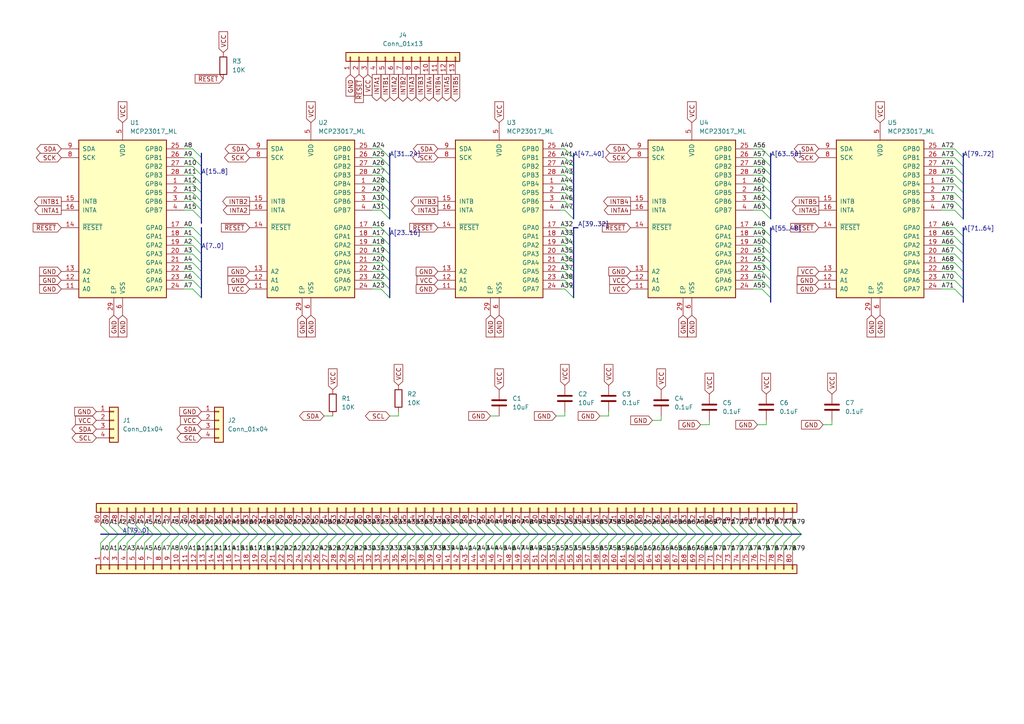
<source format=kicad_sch>
(kicad_sch (version 20250114) (generator "eeschema") (generator_version "9.0")
  (paper "A4")
  (bus_entry (at 113.03 68.58) (size -2.54 -2.54))
  (bus_entry (at 219.71 154.94) (size -2.54 -2.54))
  (bus_entry (at 166.37 81.28) (size -2.54 -2.54))
  (bus_entry (at 100.33 154.94) (size -2.54 2.54))
  (bus_entry (at 44.45 154.94) (size -2.54 -2.54))
  (bus_entry (at 166.37 154.94) (size -2.54 -2.54))
  (bus_entry (at 113.03 83.82) (size -2.54 -2.54))
  (bus_entry (at 97.79 154.94) (size -2.54 2.54))
  (bus_entry (at 279.4 86.36) (size -2.54 -2.54))
  (bus_entry (at 279.4 71.12) (size -2.54 -2.54))
  (bus_entry (at 166.37 86.36) (size -2.54 -2.54))
  (bus_entry (at 90.17 154.94) (size -2.54 -2.54))
  (bus_entry (at 113.03 78.74) (size -2.54 -2.54))
  (bus_entry (at 140.97 154.94) (size -2.54 2.54))
  (bus_entry (at 107.95 154.94) (size -2.54 2.54))
  (bus_entry (at 279.4 81.28) (size -2.54 -2.54))
  (bus_entry (at 54.61 154.94) (size -2.54 2.54))
  (bus_entry (at 168.91 154.94) (size -2.54 -2.54))
  (bus_entry (at 224.79 154.94) (size -2.54 2.54))
  (bus_entry (at 223.52 50.8) (size -2.54 -2.54))
  (bus_entry (at 156.21 154.94) (size -2.54 2.54))
  (bus_entry (at 80.01 154.94) (size -2.54 2.54))
  (bus_entry (at 72.39 154.94) (size -2.54 -2.54))
  (bus_entry (at 166.37 154.94) (size -2.54 2.54))
  (bus_entry (at 166.37 53.34) (size -2.54 -2.54))
  (bus_entry (at 204.47 154.94) (size -2.54 2.54))
  (bus_entry (at 74.93 154.94) (size -2.54 2.54))
  (bus_entry (at 179.07 154.94) (size -2.54 2.54))
  (bus_entry (at 44.45 154.94) (size -2.54 2.54))
  (bus_entry (at 133.35 154.94) (size -2.54 2.54))
  (bus_entry (at 58.42 58.42) (size -2.54 -2.54))
  (bus_entry (at 166.37 71.12) (size -2.54 -2.54))
  (bus_entry (at 279.4 60.96) (size -2.54 -2.54))
  (bus_entry (at 153.67 154.94) (size -2.54 -2.54))
  (bus_entry (at 279.4 83.82) (size -2.54 -2.54))
  (bus_entry (at 223.52 55.88) (size -2.54 -2.54))
  (bus_entry (at 97.79 154.94) (size -2.54 -2.54))
  (bus_entry (at 110.49 154.94) (size -2.54 2.54))
  (bus_entry (at 209.55 154.94) (size -2.54 -2.54))
  (bus_entry (at 31.75 154.94) (size -2.54 2.54))
  (bus_entry (at 148.59 154.94) (size -2.54 2.54))
  (bus_entry (at 118.11 154.94) (size -2.54 -2.54))
  (bus_entry (at 166.37 50.8) (size -2.54 -2.54))
  (bus_entry (at 115.57 154.94) (size -2.54 -2.54))
  (bus_entry (at 92.71 154.94) (size -2.54 2.54))
  (bus_entry (at 229.87 154.94) (size -2.54 2.54))
  (bus_entry (at 199.39 154.94) (size -2.54 -2.54))
  (bus_entry (at 279.4 50.8) (size -2.54 -2.54))
  (bus_entry (at 201.93 154.94) (size -2.54 -2.54))
  (bus_entry (at 77.47 154.94) (size -2.54 2.54))
  (bus_entry (at 95.25 154.94) (size -2.54 2.54))
  (bus_entry (at 87.63 154.94) (size -2.54 -2.54))
  (bus_entry (at 41.91 154.94) (size -2.54 2.54))
  (bus_entry (at 207.01 154.94) (size -2.54 2.54))
  (bus_entry (at 207.01 154.94) (size -2.54 -2.54))
  (bus_entry (at 181.61 154.94) (size -2.54 -2.54))
  (bus_entry (at 166.37 45.72) (size -2.54 -2.54))
  (bus_entry (at 59.69 154.94) (size -2.54 -2.54))
  (bus_entry (at 113.03 60.96) (size -2.54 -2.54))
  (bus_entry (at 166.37 48.26) (size -2.54 -2.54))
  (bus_entry (at 120.65 154.94) (size -2.54 2.54))
  (bus_entry (at 58.42 55.88) (size -2.54 -2.54))
  (bus_entry (at 58.42 76.2) (size -2.54 -2.54))
  (bus_entry (at 201.93 154.94) (size -2.54 2.54))
  (bus_entry (at 58.42 78.74) (size -2.54 -2.54))
  (bus_entry (at 69.85 154.94) (size -2.54 2.54))
  (bus_entry (at 166.37 68.58) (size -2.54 -2.54))
  (bus_entry (at 199.39 154.94) (size -2.54 2.54))
  (bus_entry (at 49.53 154.94) (size -2.54 -2.54))
  (bus_entry (at 181.61 154.94) (size -2.54 2.54))
  (bus_entry (at 113.03 48.26) (size -2.54 -2.54))
  (bus_entry (at 191.77 154.94) (size -2.54 2.54))
  (bus_entry (at 229.87 154.94) (size -2.54 -2.54))
  (bus_entry (at 279.4 53.34) (size -2.54 -2.54))
  (bus_entry (at 222.25 154.94) (size -2.54 2.54))
  (bus_entry (at 130.81 154.94) (size -2.54 2.54))
  (bus_entry (at 120.65 154.94) (size -2.54 -2.54))
  (bus_entry (at 115.57 154.94) (size -2.54 2.54))
  (bus_entry (at 223.52 81.28) (size -2.54 -2.54))
  (bus_entry (at 217.17 154.94) (size -2.54 2.54))
  (bus_entry (at 184.15 154.94) (size -2.54 2.54))
  (bus_entry (at 58.42 48.26) (size -2.54 -2.54))
  (bus_entry (at 146.05 154.94) (size -2.54 2.54))
  (bus_entry (at 171.45 154.94) (size -2.54 2.54))
  (bus_entry (at 100.33 154.94) (size -2.54 -2.54))
  (bus_entry (at 223.52 71.12) (size -2.54 -2.54))
  (bus_entry (at 166.37 78.74) (size -2.54 -2.54))
  (bus_entry (at 128.27 154.94) (size -2.54 -2.54))
  (bus_entry (at 176.53 154.94) (size -2.54 2.54))
  (bus_entry (at 58.42 73.66) (size -2.54 -2.54))
  (bus_entry (at 223.52 68.58) (size -2.54 -2.54))
  (bus_entry (at 125.73 154.94) (size -2.54 2.54))
  (bus_entry (at 80.01 154.94) (size -2.54 -2.54))
  (bus_entry (at 161.29 154.94) (size -2.54 2.54))
  (bus_entry (at 90.17 154.94) (size -2.54 2.54))
  (bus_entry (at 87.63 154.94) (size -2.54 2.54))
  (bus_entry (at 227.33 154.94) (size -2.54 2.54))
  (bus_entry (at 52.07 154.94) (size -2.54 -2.54))
  (bus_entry (at 156.21 154.94) (size -2.54 -2.54))
  (bus_entry (at 222.25 154.94) (size -2.54 -2.54))
  (bus_entry (at 138.43 154.94) (size -2.54 2.54))
  (bus_entry (at 62.23 154.94) (size -2.54 -2.54))
  (bus_entry (at 148.59 154.94) (size -2.54 -2.54))
  (bus_entry (at 279.4 48.26) (size -2.54 -2.54))
  (bus_entry (at 223.52 73.66) (size -2.54 -2.54))
  (bus_entry (at 153.67 154.94) (size -2.54 2.54))
  (bus_entry (at 57.15 154.94) (size -2.54 2.54))
  (bus_entry (at 279.4 58.42) (size -2.54 -2.54))
  (bus_entry (at 232.41 154.94) (size -2.54 2.54))
  (bus_entry (at 82.55 154.94) (size -2.54 -2.54))
  (bus_entry (at 123.19 154.94) (size -2.54 2.54))
  (bus_entry (at 54.61 154.94) (size -2.54 -2.54))
  (bus_entry (at 212.09 154.94) (size -2.54 -2.54))
  (bus_entry (at 166.37 83.82) (size -2.54 -2.54))
  (bus_entry (at 64.77 154.94) (size -2.54 -2.54))
  (bus_entry (at 39.37 154.94) (size -2.54 -2.54))
  (bus_entry (at 279.4 68.58) (size -2.54 -2.54))
  (bus_entry (at 113.03 154.94) (size -2.54 2.54))
  (bus_entry (at 176.53 154.94) (size -2.54 -2.54))
  (bus_entry (at 196.85 154.94) (size -2.54 -2.54))
  (bus_entry (at 173.99 154.94) (size -2.54 -2.54))
  (bus_entry (at 105.41 154.94) (size -2.54 -2.54))
  (bus_entry (at 130.81 154.94) (size -2.54 -2.54))
  (bus_entry (at 85.09 154.94) (size -2.54 2.54))
  (bus_entry (at 113.03 55.88) (size -2.54 -2.54))
  (bus_entry (at 128.27 154.94) (size -2.54 2.54))
  (bus_entry (at 194.31 154.94) (size -2.54 2.54))
  (bus_entry (at 186.69 154.94) (size -2.54 2.54))
  (bus_entry (at 58.42 53.34) (size -2.54 -2.54))
  (bus_entry (at 118.11 154.94) (size -2.54 2.54))
  (bus_entry (at 146.05 154.94) (size -2.54 -2.54))
  (bus_entry (at 102.87 154.94) (size -2.54 -2.54))
  (bus_entry (at 194.31 154.94) (size -2.54 -2.54))
  (bus_entry (at 110.49 154.94) (size -2.54 -2.54))
  (bus_entry (at 279.4 45.72) (size -2.54 -2.54))
  (bus_entry (at 58.42 68.58) (size -2.54 -2.54))
  (bus_entry (at 227.33 154.94) (size -2.54 -2.54))
  (bus_entry (at 113.03 53.34) (size -2.54 -2.54))
  (bus_entry (at 232.41 154.94) (size -2.54 -2.54))
  (bus_entry (at 196.85 154.94) (size -2.54 2.54))
  (bus_entry (at 173.99 154.94) (size -2.54 2.54))
  (bus_entry (at 186.69 154.94) (size -2.54 -2.54))
  (bus_entry (at 166.37 73.66) (size -2.54 -2.54))
  (bus_entry (at 214.63 154.94) (size -2.54 -2.54))
  (bus_entry (at 135.89 154.94) (size -2.54 -2.54))
  (bus_entry (at 113.03 63.5) (size -2.54 -2.54))
  (bus_entry (at 102.87 154.94) (size -2.54 2.54))
  (bus_entry (at 123.19 154.94) (size -2.54 -2.54))
  (bus_entry (at 223.52 58.42) (size -2.54 -2.54))
  (bus_entry (at 58.42 63.5) (size -2.54 -2.54))
  (bus_entry (at 279.4 78.74) (size -2.54 -2.54))
  (bus_entry (at 72.39 154.94) (size -2.54 2.54))
  (bus_entry (at 158.75 154.94) (size -2.54 -2.54))
  (bus_entry (at 223.52 83.82) (size -2.54 -2.54))
  (bus_entry (at 31.75 154.94) (size -2.54 -2.54))
  (bus_entry (at 113.03 76.2) (size -2.54 -2.54))
  (bus_entry (at 214.63 154.94) (size -2.54 2.54))
  (bus_entry (at 189.23 154.94) (size -2.54 2.54))
  (bus_entry (at 85.09 154.94) (size -2.54 -2.54))
  (bus_entry (at 166.37 76.2) (size -2.54 -2.54))
  (bus_entry (at 163.83 154.94) (size -2.54 2.54))
  (bus_entry (at 58.42 86.36) (size -2.54 -2.54))
  (bus_entry (at 58.42 60.96) (size -2.54 -2.54))
  (bus_entry (at 58.42 83.82) (size -2.54 -2.54))
  (bus_entry (at 223.52 48.26) (size -2.54 -2.54))
  (bus_entry (at 140.97 154.94) (size -2.54 -2.54))
  (bus_entry (at 224.79 154.94) (size -2.54 -2.54))
  (bus_entry (at 113.03 73.66) (size -2.54 -2.54))
  (bus_entry (at 36.83 154.94) (size -2.54 2.54))
  (bus_entry (at 204.47 154.94) (size -2.54 -2.54))
  (bus_entry (at 34.29 154.94) (size -2.54 2.54))
  (bus_entry (at 125.73 154.94) (size -2.54 -2.54))
  (bus_entry (at 279.4 55.88) (size -2.54 -2.54))
  (bus_entry (at 92.71 154.94) (size -2.54 -2.54))
  (bus_entry (at 49.53 154.94) (size -2.54 2.54))
  (bus_entry (at 168.91 154.94) (size -2.54 2.54))
  (bus_entry (at 95.25 154.94) (size -2.54 -2.54))
  (bus_entry (at 58.42 45.72) (size -2.54 -2.54))
  (bus_entry (at 64.77 154.94) (size -2.54 2.54))
  (bus_entry (at 143.51 154.94) (size -2.54 -2.54))
  (bus_entry (at 212.09 154.94) (size -2.54 2.54))
  (bus_entry (at 171.45 154.94) (size -2.54 -2.54))
  (bus_entry (at 107.95 154.94) (size -2.54 -2.54))
  (bus_entry (at 113.03 58.42) (size -2.54 -2.54))
  (bus_entry (at 151.13 154.94) (size -2.54 -2.54))
  (bus_entry (at 163.83 154.94) (size -2.54 -2.54))
  (bus_entry (at 166.37 55.88) (size -2.54 -2.54))
  (bus_entry (at 34.29 154.94) (size -2.54 -2.54))
  (bus_entry (at 113.03 45.72) (size -2.54 -2.54))
  (bus_entry (at 113.03 86.36) (size -2.54 -2.54))
  (bus_entry (at 105.41 154.94) (size -2.54 2.54))
  (bus_entry (at 166.37 58.42) (size -2.54 -2.54))
  (bus_entry (at 77.47 154.94) (size -2.54 -2.54))
  (bus_entry (at 223.52 78.74) (size -2.54 -2.54))
  (bus_entry (at 151.13 154.94) (size -2.54 2.54))
  (bus_entry (at 191.77 154.94) (size -2.54 -2.54))
  (bus_entry (at 223.52 60.96) (size -2.54 -2.54))
  (bus_entry (at 41.91 154.94) (size -2.54 -2.54))
  (bus_entry (at 219.71 154.94) (size -2.54 2.54))
  (bus_entry (at 74.93 154.94) (size -2.54 -2.54))
  (bus_entry (at 39.37 154.94) (size -2.54 2.54))
  (bus_entry (at 279.4 73.66) (size -2.54 -2.54))
  (bus_entry (at 113.03 50.8) (size -2.54 -2.54))
  (bus_entry (at 166.37 63.5) (size -2.54 -2.54))
  (bus_entry (at 113.03 71.12) (size -2.54 -2.54))
  (bus_entry (at 223.52 76.2) (size -2.54 -2.54))
  (bus_entry (at 223.52 45.72) (size -2.54 -2.54))
  (bus_entry (at 279.4 76.2) (size -2.54 -2.54))
  (bus_entry (at 58.42 71.12) (size -2.54 -2.54))
  (bus_entry (at 189.23 154.94) (size -2.54 -2.54))
  (bus_entry (at 184.15 154.94) (size -2.54 -2.54))
  (bus_entry (at 58.42 81.28) (size -2.54 -2.54))
  (bus_entry (at 223.52 86.36) (size -2.54 -2.54))
  (bus_entry (at 143.51 154.94) (size -2.54 2.54))
  (bus_entry (at 82.55 154.94) (size -2.54 2.54))
  (bus_entry (at 113.03 154.94) (size -2.54 -2.54))
  (bus_entry (at 138.43 154.94) (size -2.54 -2.54))
  (bus_entry (at 57.15 154.94) (size -2.54 -2.54))
  (bus_entry (at 166.37 60.96) (size -2.54 -2.54))
  (bus_entry (at 179.07 154.94) (size -2.54 -2.54))
  (bus_entry (at 67.31 154.94) (size -2.54 -2.54))
  (bus_entry (at 59.69 154.94) (size -2.54 2.54))
  (bus_entry (at 58.42 50.8) (size -2.54 -2.54))
  (bus_entry (at 223.52 53.34) (size -2.54 -2.54))
  (bus_entry (at 52.07 154.94) (size -2.54 2.54))
  (bus_entry (at 133.35 154.94) (size -2.54 -2.54))
  (bus_entry (at 113.03 81.28) (size -2.54 -2.54))
  (bus_entry (at 161.29 154.94) (size -2.54 -2.54))
  (bus_entry (at 217.17 154.94) (size -2.54 -2.54))
  (bus_entry (at 135.89 154.94) (size -2.54 2.54))
  (bus_entry (at 36.83 154.94) (size -2.54 -2.54))
  (bus_entry (at 62.23 154.94) (size -2.54 2.54))
  (bus_entry (at 69.85 154.94) (size -2.54 -2.54))
  (bus_entry (at 67.31 154.94) (size -2.54 2.54))
  (bus_entry (at 158.75 154.94) (size -2.54 2.54))
  (bus_entry (at 223.52 63.5) (size -2.54 -2.54))
  (bus_entry (at 209.55 154.94) (size -2.54 2.54))
  (bus_entry (at 46.99 154.94) (size -2.54 2.54))
  (bus_entry (at 46.99 154.94) (size -2.54 -2.54))
  (bus_entry (at 279.4 63.5) (size -2.54 -2.54))
  (bus (pts (xy 107.95 154.94) (xy 110.49 154.94)))
  (wire (pts (xy 176.53 120.65) (xy 176.53 119.38)))
  (wire (pts (xy 120.65 157.48) (xy 120.65 160.02)))
  (bus (pts (xy 77.47 154.94) (xy 80.01 154.94)))
  (wire (pts (xy 158.75 157.48) (xy 158.75 160.02)))
  (wire (pts (xy 110.49 157.48) (xy 110.49 160.02)))
  (bus (pts (xy 223.52 76.2) (xy 223.52 78.74)))
  (wire (pts (xy 173.99 157.48) (xy 173.99 160.02)))
  (bus (pts (xy 223.52 83.82) (xy 223.52 86.36)))
  (bus (pts (xy 58.42 50.8) (xy 58.42 53.34)))
  (wire (pts (xy 218.44 83.82) (xy 220.98 83.82)))
  (bus (pts (xy 105.41 154.94) (xy 107.95 154.94)))
  (wire (pts (xy 148.59 157.48) (xy 148.59 160.02)))
  (wire (pts (xy 162.56 58.42) (xy 163.83 58.42)))
  (wire (pts (xy 135.89 157.48) (xy 135.89 160.02)))
  (bus (pts (xy 148.59 154.94) (xy 151.13 154.94)))
  (bus (pts (xy 207.01 154.94) (xy 209.55 154.94)))
  (bus (pts (xy 166.37 53.34) (xy 166.37 55.88)))
  (bus (pts (xy 102.87 154.94) (xy 105.41 154.94)))
  (wire (pts (xy 107.95 43.18) (xy 110.49 43.18)))
  (bus (pts (xy 135.89 154.94) (xy 138.43 154.94)))
  (wire (pts (xy 204.47 157.48) (xy 204.47 160.02)))
  (wire (pts (xy 115.57 119.38) (xy 115.57 120.65)))
  (wire (pts (xy 162.56 68.58) (xy 163.83 68.58)))
  (wire (pts (xy 162.56 76.2) (xy 163.83 76.2)))
  (bus (pts (xy 113.03 78.74) (xy 113.03 81.28)))
  (bus (pts (xy 223.52 60.96) (xy 223.52 63.5)))
  (bus (pts (xy 223.52 73.66) (xy 223.52 76.2)))
  (wire (pts (xy 153.67 157.48) (xy 153.67 160.02)))
  (wire (pts (xy 273.05 45.72) (xy 276.86 45.72)))
  (wire (pts (xy 110.49 76.2) (xy 107.95 76.2)))
  (bus (pts (xy 181.61 154.94) (xy 184.15 154.94)))
  (bus (pts (xy 199.39 154.94) (xy 201.93 154.94)))
  (bus (pts (xy 113.03 71.12) (xy 113.03 73.66)))
  (wire (pts (xy 218.44 58.42) (xy 220.98 58.42)))
  (wire (pts (xy 273.05 83.82) (xy 276.86 83.82)))
  (wire (pts (xy 53.34 71.12) (xy 55.88 71.12)))
  (wire (pts (xy 53.34 66.04) (xy 55.88 66.04)))
  (wire (pts (xy 166.37 157.48) (xy 166.37 160.02)))
  (wire (pts (xy 217.17 157.48) (xy 217.17 160.02)))
  (wire (pts (xy 273.05 60.96) (xy 276.86 60.96)))
  (wire (pts (xy 227.33 157.48) (xy 227.33 160.02)))
  (bus (pts (xy 189.23 154.94) (xy 191.77 154.94)))
  (bus (pts (xy 166.37 83.82) (xy 166.37 86.36)))
  (bus (pts (xy 113.03 50.8) (xy 113.03 53.34)))
  (wire (pts (xy 53.34 78.74) (xy 55.88 78.74)))
  (wire (pts (xy 49.53 157.48) (xy 49.53 160.02)))
  (bus (pts (xy 166.37 44.45) (xy 166.37 45.72)))
  (wire (pts (xy 163.83 120.65) (xy 161.29 120.65)))
  (wire (pts (xy 115.57 157.48) (xy 115.57 160.02)))
  (wire (pts (xy 90.17 157.48) (xy 90.17 160.02)))
  (bus (pts (xy 113.03 58.42) (xy 113.03 60.96)))
  (bus (pts (xy 138.43 154.94) (xy 140.97 154.94)))
  (bus (pts (xy 279.4 76.2) (xy 279.4 78.74)))
  (wire (pts (xy 72.39 157.48) (xy 72.39 160.02)))
  (bus (pts (xy 46.99 154.94) (xy 49.53 154.94)))
  (bus (pts (xy 279.4 68.58) (xy 279.4 71.12)))
  (wire (pts (xy 69.85 157.48) (xy 69.85 160.02)))
  (bus (pts (xy 62.23 154.94) (xy 64.77 154.94)))
  (bus (pts (xy 279.4 81.28) (xy 279.4 83.82)))
  (bus (pts (xy 54.61 154.94) (xy 57.15 154.94)))
  (wire (pts (xy 207.01 157.48) (xy 207.01 160.02)))
  (bus (pts (xy 67.31 154.94) (xy 69.85 154.94)))
  (wire (pts (xy 46.99 157.48) (xy 46.99 160.02)))
  (bus (pts (xy 166.37 58.42) (xy 166.37 60.96)))
  (wire (pts (xy 194.31 157.48) (xy 194.31 160.02)))
  (wire (pts (xy 163.83 119.38) (xy 163.83 120.65)))
  (bus (pts (xy 72.39 154.94) (xy 74.93 154.94)))
  (bus (pts (xy 123.19 154.94) (xy 125.73 154.94)))
  (bus (pts (xy 219.71 154.94) (xy 222.25 154.94)))
  (bus (pts (xy 82.55 154.94) (xy 85.09 154.94)))
  (bus (pts (xy 279.4 78.74) (xy 279.4 81.28)))
  (wire (pts (xy 214.63 157.48) (xy 214.63 160.02)))
  (bus (pts (xy 58.42 83.82) (xy 58.42 86.36)))
  (wire (pts (xy 163.83 66.04) (xy 162.56 66.04)))
  (bus (pts (xy 223.52 45.72) (xy 223.52 48.26)))
  (bus (pts (xy 194.31 154.94) (xy 196.85 154.94)))
  (bus (pts (xy 166.37 66.04) (xy 167.64 66.04)))
  (wire (pts (xy 212.09 157.48) (xy 212.09 160.02)))
  (wire (pts (xy 273.05 78.74) (xy 276.86 78.74)))
  (bus (pts (xy 140.97 154.94) (xy 143.51 154.94)))
  (bus (pts (xy 36.83 154.94) (xy 39.37 154.94)))
  (wire (pts (xy 113.03 157.48) (xy 113.03 160.02)))
  (wire (pts (xy 52.07 157.48) (xy 52.07 160.02)))
  (bus (pts (xy 100.33 154.94) (xy 102.87 154.94)))
  (wire (pts (xy 53.34 48.26) (xy 55.88 48.26)))
  (wire (pts (xy 273.05 43.18) (xy 276.86 43.18)))
  (wire (pts (xy 173.99 120.65) (xy 176.53 120.65)))
  (wire (pts (xy 168.91 157.48) (xy 168.91 160.02)))
  (bus (pts (xy 113.03 81.28) (xy 113.03 83.82)))
  (wire (pts (xy 92.71 157.48) (xy 92.71 160.02)))
  (bus (pts (xy 113.03 68.58) (xy 113.03 71.12)))
  (wire (pts (xy 110.49 73.66) (xy 107.95 73.66)))
  (bus (pts (xy 143.51 154.94) (xy 146.05 154.94)))
  (wire (pts (xy 205.74 123.19) (xy 205.74 121.92)))
  (bus (pts (xy 186.69 154.94) (xy 189.23 154.94)))
  (wire (pts (xy 110.49 81.28) (xy 107.95 81.28)))
  (bus (pts (xy 58.42 66.04) (xy 58.42 68.58)))
  (wire (pts (xy 162.56 50.8) (xy 163.83 50.8)))
  (bus (pts (xy 223.52 44.45) (xy 223.52 45.72)))
  (wire (pts (xy 189.23 157.48) (xy 189.23 160.02)))
  (bus (pts (xy 176.53 154.94) (xy 179.07 154.94)))
  (wire (pts (xy 100.33 157.48) (xy 100.33 160.02)))
  (bus (pts (xy 110.49 154.94) (xy 113.03 154.94)))
  (bus (pts (xy 204.47 154.94) (xy 207.01 154.94)))
  (bus (pts (xy 133.35 154.94) (xy 135.89 154.94)))
  (bus (pts (xy 49.53 154.94) (xy 52.07 154.94)))
  (bus (pts (xy 279.4 48.26) (xy 279.4 50.8)))
  (wire (pts (xy 162.56 78.74) (xy 163.83 78.74)))
  (wire (pts (xy 218.44 66.04) (xy 220.98 66.04)))
  (bus (pts (xy 168.91 154.94) (xy 171.45 154.94)))
  (bus (pts (xy 223.52 86.36) (xy 223.52 87.63)))
  (bus (pts (xy 97.79 154.94) (xy 100.33 154.94)))
  (bus (pts (xy 279.4 66.04) (xy 279.4 68.58)))
  (wire (pts (xy 77.47 157.48) (xy 77.47 160.02)))
  (wire (pts (xy 62.23 157.48) (xy 62.23 160.02)))
  (wire (pts (xy 196.85 157.48) (xy 196.85 160.02)))
  (wire (pts (xy 162.56 71.12) (xy 163.83 71.12)))
  (bus (pts (xy 166.37 76.2) (xy 166.37 78.74)))
  (wire (pts (xy 219.71 157.48) (xy 219.71 160.02)))
  (wire (pts (xy 218.44 50.8) (xy 220.98 50.8)))
  (bus (pts (xy 95.25 154.94) (xy 97.79 154.94)))
  (bus (pts (xy 58.42 53.34) (xy 58.42 55.88)))
  (wire (pts (xy 218.44 71.12) (xy 220.98 71.12)))
  (bus (pts (xy 224.79 154.94) (xy 227.33 154.94)))
  (bus (pts (xy 58.42 58.42) (xy 58.42 60.96)))
  (bus (pts (xy 31.75 154.94) (xy 34.29 154.94)))
  (bus (pts (xy 113.03 73.66) (xy 113.03 76.2)))
  (bus (pts (xy 125.73 154.94) (xy 128.27 154.94)))
  (bus (pts (xy 166.37 78.74) (xy 166.37 81.28)))
  (wire (pts (xy 53.34 55.88) (xy 55.88 55.88)))
  (wire (pts (xy 107.95 53.34) (xy 110.49 53.34)))
  (bus (pts (xy 58.42 68.58) (xy 58.42 71.12)))
  (bus (pts (xy 279.4 50.8) (xy 279.4 53.34)))
  (bus (pts (xy 113.03 53.34) (xy 113.03 55.88)))
  (wire (pts (xy 209.55 157.48) (xy 209.55 160.02)))
  (wire (pts (xy 110.49 68.58) (xy 107.95 68.58)))
  (bus (pts (xy 118.11 154.94) (xy 120.65 154.94)))
  (bus (pts (xy 113.03 83.82) (xy 113.03 86.36)))
  (bus (pts (xy 58.42 48.26) (xy 58.42 50.8)))
  (bus (pts (xy 166.37 154.94) (xy 168.91 154.94)))
  (bus (pts (xy 212.09 154.94) (xy 214.63 154.94)))
  (wire (pts (xy 171.45 157.48) (xy 171.45 160.02)))
  (wire (pts (xy 273.05 48.26) (xy 276.86 48.26)))
  (wire (pts (xy 229.87 157.48) (xy 229.87 160.02)))
  (bus (pts (xy 64.77 154.94) (xy 67.31 154.94)))
  (bus (pts (xy 156.21 154.94) (xy 158.75 154.94)))
  (wire (pts (xy 273.05 81.28) (xy 276.86 81.28)))
  (wire (pts (xy 273.05 50.8) (xy 276.86 50.8)))
  (wire (pts (xy 36.83 157.48) (xy 36.83 160.02)))
  (wire (pts (xy 110.49 83.82) (xy 107.95 83.82)))
  (bus (pts (xy 166.37 55.88) (xy 166.37 58.42)))
  (bus (pts (xy 58.42 73.66) (xy 58.42 76.2)))
  (bus (pts (xy 58.42 71.12) (xy 58.42 73.66)))
  (wire (pts (xy 138.43 157.48) (xy 138.43 160.02)))
  (wire (pts (xy 201.93 157.48) (xy 201.93 160.02)))
  (wire (pts (xy 163.83 157.48) (xy 163.83 160.02)))
  (wire (pts (xy 273.05 73.66) (xy 276.86 73.66)))
  (wire (pts (xy 53.34 60.96) (xy 55.88 60.96)))
  (bus (pts (xy 166.37 60.96) (xy 166.37 63.5)))
  (bus (pts (xy 166.37 48.26) (xy 166.37 50.8)))
  (bus (pts (xy 279.4 60.96) (xy 279.4 63.5)))
  (bus (pts (xy 173.99 154.94) (xy 176.53 154.94)))
  (wire (pts (xy 107.95 157.48) (xy 107.95 160.02)))
  (bus (pts (xy 87.63 154.94) (xy 90.17 154.94)))
  (wire (pts (xy 273.05 53.34) (xy 276.86 53.34)))
  (wire (pts (xy 273.05 66.04) (xy 276.86 66.04)))
  (bus (pts (xy 128.27 154.94) (xy 130.81 154.94)))
  (bus (pts (xy 80.01 154.94) (xy 82.55 154.94)))
  (wire (pts (xy 107.95 50.8) (xy 110.49 50.8)))
  (bus (pts (xy 166.37 66.04) (xy 166.37 68.58)))
  (bus (pts (xy 184.15 154.94) (xy 186.69 154.94)))
  (wire (pts (xy 162.56 60.96) (xy 163.83 60.96)))
  (wire (pts (xy 273.05 76.2) (xy 276.86 76.2)))
  (wire (pts (xy 82.55 157.48) (xy 82.55 160.02)))
  (wire (pts (xy 184.15 157.48) (xy 184.15 160.02)))
  (wire (pts (xy 87.63 157.48) (xy 87.63 160.02)))
  (wire (pts (xy 110.49 66.04) (xy 107.95 66.04)))
  (wire (pts (xy 273.05 55.88) (xy 276.86 55.88)))
  (wire (pts (xy 156.21 157.48) (xy 156.21 160.02)))
  (bus (pts (xy 201.93 154.94) (xy 204.47 154.94)))
  (wire (pts (xy 31.75 157.48) (xy 31.75 160.02)))
  (wire (pts (xy 203.2 123.19) (xy 205.74 123.19)))
  (wire (pts (xy 219.71 123.19) (xy 222.25 123.19)))
  (bus (pts (xy 223.52 48.26) (xy 223.52 50.8)))
  (wire (pts (xy 54.61 157.48) (xy 54.61 160.02)))
  (wire (pts (xy 130.81 157.48) (xy 130.81 160.02)))
  (bus (pts (xy 166.37 68.58) (xy 166.37 71.12)))
  (bus (pts (xy 217.17 154.94) (xy 219.71 154.94)))
  (bus (pts (xy 146.05 154.94) (xy 148.59 154.94)))
  (bus (pts (xy 34.29 154.94) (xy 36.83 154.94)))
  (wire (pts (xy 222.25 157.48) (xy 222.25 160.02)))
  (bus (pts (xy 279.4 71.12) (xy 279.4 73.66)))
  (bus (pts (xy 58.42 45.72) (xy 58.42 48.26)))
  (bus (pts (xy 58.42 63.5) (xy 58.42 64.77)))
  (wire (pts (xy 107.95 60.96) (xy 110.49 60.96)))
  (wire (pts (xy 53.34 81.28) (xy 55.88 81.28)))
  (wire (pts (xy 64.77 157.48) (xy 64.77 160.02)))
  (wire (pts (xy 53.34 76.2) (xy 55.88 76.2)))
  (bus (pts (xy 279.4 44.45) (xy 279.4 45.72)))
  (wire (pts (xy 57.15 157.48) (xy 57.15 160.02)))
  (bus (pts (xy 58.42 44.45) (xy 58.42 45.72)))
  (wire (pts (xy 238.76 123.19) (xy 241.3 123.19)))
  (bus (pts (xy 113.03 60.96) (xy 113.03 63.5)))
  (wire (pts (xy 118.11 157.48) (xy 118.11 160.02)))
  (wire (pts (xy 80.01 157.48) (xy 80.01 160.02)))
  (bus (pts (xy 69.85 154.94) (xy 72.39 154.94)))
  (wire (pts (xy 218.44 68.58) (xy 220.98 68.58)))
  (wire (pts (xy 191.77 157.48) (xy 191.77 160.02)))
  (wire (pts (xy 74.93 157.48) (xy 74.93 160.02)))
  (wire (pts (xy 102.87 157.48) (xy 102.87 160.02)))
  (bus (pts (xy 171.45 154.94) (xy 173.99 154.94)))
  (bus (pts (xy 115.57 154.94) (xy 118.11 154.94)))
  (bus (pts (xy 166.37 73.66) (xy 166.37 76.2)))
  (wire (pts (xy 218.44 55.88) (xy 220.98 55.88)))
  (bus (pts (xy 222.25 154.94) (xy 224.79 154.94)))
  (bus (pts (xy 166.37 50.8) (xy 166.37 53.34)))
  (bus (pts (xy 279.4 83.82) (xy 279.4 86.36)))
  (wire (pts (xy 218.44 78.74) (xy 220.98 78.74)))
  (wire (pts (xy 218.44 60.96) (xy 220.98 60.96)))
  (wire (pts (xy 53.34 45.72) (xy 55.88 45.72)))
  (wire (pts (xy 162.56 81.28) (xy 163.83 81.28)))
  (wire (pts (xy 29.21 157.48) (xy 29.21 160.02)))
  (wire (pts (xy 218.44 81.28) (xy 220.98 81.28)))
  (wire (pts (xy 34.29 157.48) (xy 34.29 160.02)))
  (bus (pts (xy 163.83 154.94) (xy 166.37 154.94)))
  (wire (pts (xy 218.44 43.18) (xy 220.98 43.18)))
  (wire (pts (xy 95.25 157.48) (xy 95.25 160.02)))
  (wire (pts (xy 218.44 53.34) (xy 220.98 53.34)))
  (wire (pts (xy 176.53 157.48) (xy 176.53 160.02)))
  (bus (pts (xy 279.4 53.34) (xy 279.4 55.88)))
  (bus (pts (xy 223.52 55.88) (xy 223.52 58.42)))
  (bus (pts (xy 41.91 154.94) (xy 44.45 154.94)))
  (wire (pts (xy 110.49 78.74) (xy 107.95 78.74)))
  (bus (pts (xy 166.37 81.28) (xy 166.37 83.82)))
  (bus (pts (xy 166.37 45.72) (xy 166.37 48.26)))
  (wire (pts (xy 53.34 50.8) (xy 55.88 50.8)))
  (bus (pts (xy 223.52 66.04) (xy 223.52 68.58)))
  (wire (pts (xy 53.34 53.34) (xy 55.88 53.34)))
  (bus (pts (xy 74.93 154.94) (xy 77.47 154.94)))
  (wire (pts (xy 218.44 76.2) (xy 220.98 76.2)))
  (wire (pts (xy 39.37 157.48) (xy 39.37 160.02)))
  (wire (pts (xy 143.51 157.48) (xy 143.51 160.02)))
  (bus (pts (xy 39.37 154.94) (xy 41.91 154.94)))
  (wire (pts (xy 273.05 68.58) (xy 276.86 68.58)))
  (wire (pts (xy 162.56 73.66) (xy 163.83 73.66)))
  (wire (pts (xy 93.98 120.65) (xy 96.52 120.65)))
  (wire (pts (xy 53.34 68.58) (xy 55.88 68.58)))
  (wire (pts (xy 133.35 157.48) (xy 133.35 160.02)))
  (wire (pts (xy 162.56 48.26) (xy 163.83 48.26)))
  (bus (pts (xy 92.71 154.94) (xy 95.25 154.94)))
  (wire (pts (xy 273.05 71.12) (xy 276.86 71.12)))
  (wire (pts (xy 218.44 48.26) (xy 220.98 48.26)))
  (bus (pts (xy 58.42 60.96) (xy 58.42 63.5)))
  (bus (pts (xy 113.03 48.26) (xy 113.03 50.8)))
  (bus (pts (xy 151.13 154.94) (xy 153.67 154.94)))
  (bus (pts (xy 113.03 76.2) (xy 113.03 78.74)))
  (bus (pts (xy 209.55 154.94) (xy 212.09 154.94)))
  (wire (pts (xy 85.09 157.48) (xy 85.09 160.02)))
  (wire (pts (xy 142.24 120.65) (xy 144.78 120.65)))
  (wire (pts (xy 53.34 83.82) (xy 55.88 83.82)))
  (bus (pts (xy 223.52 58.42) (xy 223.52 60.96)))
  (wire (pts (xy 151.13 157.48) (xy 151.13 160.02)))
  (bus (pts (xy 113.03 44.45) (xy 113.03 45.72)))
  (wire (pts (xy 162.56 55.88) (xy 163.83 55.88)))
  (wire (pts (xy 41.91 157.48) (xy 41.91 160.02)))
  (bus (pts (xy 279.4 86.36) (xy 279.4 87.63)))
  (wire (pts (xy 107.95 55.88) (xy 110.49 55.88)))
  (bus (pts (xy 214.63 154.94) (xy 217.17 154.94)))
  (wire (pts (xy 128.27 157.48) (xy 128.27 160.02)))
  (bus (pts (xy 191.77 154.94) (xy 194.31 154.94)))
  (wire (pts (xy 241.3 123.19) (xy 241.3 121.92)))
  (wire (pts (xy 53.34 43.18) (xy 55.88 43.18)))
  (wire (pts (xy 53.34 73.66) (xy 55.88 73.66)))
  (wire (pts (xy 97.79 157.48) (xy 97.79 160.02)))
  (bus (pts (xy 130.81 154.94) (xy 133.35 154.94)))
  (bus (pts (xy 223.52 81.28) (xy 223.52 83.82)))
  (bus (pts (xy 58.42 78.74) (xy 58.42 81.28)))
  (wire (pts (xy 162.56 53.34) (xy 163.83 53.34)))
  (bus (pts (xy 90.17 154.94) (xy 92.71 154.94)))
  (wire (pts (xy 107.95 58.42) (xy 110.49 58.42)))
  (bus (pts (xy 120.65 154.94) (xy 123.19 154.94)))
  (bus (pts (xy 179.07 154.94) (xy 181.61 154.94)))
  (wire (pts (xy 162.56 45.72) (xy 163.83 45.72)))
  (bus (pts (xy 113.03 154.94) (xy 115.57 154.94)))
  (bus (pts (xy 223.52 50.8) (xy 223.52 53.34)))
  (wire (pts (xy 199.39 157.48) (xy 199.39 160.02)))
  (bus (pts (xy 59.69 154.94) (xy 62.23 154.94)))
  (wire (pts (xy 123.19 157.48) (xy 123.19 160.02)))
  (bus (pts (xy 223.52 53.34) (xy 223.52 55.88)))
  (wire (pts (xy 162.56 83.82) (xy 163.83 83.82)))
  (bus (pts (xy 161.29 154.94) (xy 163.83 154.94)))
  (wire (pts (xy 191.77 121.92) (xy 191.77 120.65)))
  (bus (pts (xy 58.42 81.28) (xy 58.42 83.82)))
  (bus (pts (xy 58.42 55.88) (xy 58.42 58.42)))
  (bus (pts (xy 166.37 71.12) (xy 166.37 73.66)))
  (wire (pts (xy 146.05 157.48) (xy 146.05 160.02)))
  (wire (pts (xy 107.95 48.26) (xy 110.49 48.26)))
  (bus (pts (xy 229.87 154.94) (xy 232.41 154.94)))
  (wire (pts (xy 110.49 71.12) (xy 107.95 71.12)))
  (bus (pts (xy 44.45 154.94) (xy 46.99 154.94)))
  (bus (pts (xy 279.4 55.88) (xy 279.4 58.42)))
  (wire (pts (xy 161.29 157.48) (xy 161.29 160.02)))
  (bus (pts (xy 279.4 45.72) (xy 279.4 48.26)))
  (wire (pts (xy 186.69 157.48) (xy 186.69 160.02)))
  (wire (pts (xy 44.45 157.48) (xy 44.45 160.02)))
  (wire (pts (xy 181.61 157.48) (xy 181.61 160.02)))
  (wire (pts (xy 218.44 73.66) (xy 220.98 73.66)))
  (bus (pts (xy 196.85 154.94) (xy 199.39 154.94)))
  (bus (pts (xy 223.52 68.58) (xy 223.52 71.12)))
  (wire (pts (xy 67.31 157.48) (xy 67.31 160.02)))
  (wire (pts (xy 224.79 157.48) (xy 224.79 160.02)))
  (wire (pts (xy 107.95 45.72) (xy 110.49 45.72)))
  (wire (pts (xy 179.07 157.48) (xy 179.07 160.02)))
  (bus (pts (xy 58.42 76.2) (xy 58.42 78.74)))
  (wire (pts (xy 105.41 157.48) (xy 105.41 160.02)))
  (bus (pts (xy 113.03 66.04) (xy 113.03 68.58)))
  (wire (pts (xy 218.44 45.72) (xy 220.98 45.72)))
  (bus (pts (xy 279.4 58.42) (xy 279.4 60.96)))
  (wire (pts (xy 115.57 120.65) (xy 113.03 120.65)))
  (bus (pts (xy 279.4 73.66) (xy 279.4 76.2)))
  (wire (pts (xy 273.05 58.42) (xy 276.86 58.42)))
  (wire (pts (xy 59.69 157.48) (xy 59.69 160.02)))
  (bus (pts (xy 223.52 78.74) (xy 223.52 81.28)))
  (wire (pts (xy 222.25 123.19) (xy 222.25 121.92)))
  (bus (pts (xy 158.75 154.94) (xy 161.29 154.94)))
  (wire (pts (xy 140.97 157.48) (xy 140.97 160.02)))
  (bus (pts (xy 113.03 55.88) (xy 113.03 58.42)))
  (bus (pts (xy 227.33 154.94) (xy 229.87 154.94)))
  (wire (pts (xy 125.73 157.48) (xy 125.73 160.02)))
  (bus (pts (xy 52.07 154.94) (xy 54.61 154.94)))
  (wire (pts (xy 189.23 121.92) (xy 191.77 121.92)))
  (bus (pts (xy 85.09 154.94) (xy 87.63 154.94)))
  (wire (pts (xy 162.56 43.18) (xy 163.83 43.18)))
  (bus (pts (xy 153.67 154.94) (xy 156.21 154.94)))
  (bus (pts (xy 223.52 71.12) (xy 223.52 73.66)))
  (bus (pts (xy 57.15 154.94) (xy 59.69 154.94)))
  (bus (pts (xy 29.21 154.94) (xy 31.75 154.94)))
  (wire (pts (xy 53.34 58.42) (xy 55.88 58.42)))
  (bus (pts (xy 113.03 45.72) (xy 113.03 48.26)))
  (label "A6" (at 44.45 160.02 0))
  (label "A32" (at 162.56 66.04 0))
  (label "A53" (at 163.83 160.02 0))
  (label "A33" (at 113.03 160.02 0))
  (label "A3" (at 36.83 152.4 0))
  (label "A58" (at 176.53 160.02 0))
  (label "A77" (at 273.05 55.88 0))
  (label "A30" (at 105.41 152.4 0))
  (label "A9" (at 52.07 160.02 0))
  (label "A31" (at 107.95 152.4 0))
  (label "A7" (at 46.99 152.4 0))
  (label "A49" (at 153.67 152.4 0))
  (label "A37" (at 123.19 152.4 0))
  (label "A18" (at 74.93 160.02 0))
  (label "A32" (at 110.49 152.4 0))
  (label "A15" (at 53.34 60.96 0))
  (label "A38" (at 125.73 152.4 0))
  (label "A[31..24]" (at 113.03 45.72 0))
  (label "A40" (at 130.81 160.02 0))
  (label "A18" (at 107.95 71.12 0))
  (label "A10" (at 54.61 160.02 0))
  (label "A6" (at 44.45 152.4 0))
  (label "A27" (at 97.79 152.4 0))
  (label "A69" (at 204.47 152.4 0))
  (label "A11" (at 57.15 160.02 0))
  (label "A30" (at 105.41 160.02 0))
  (label "A0" (at 53.34 66.04 0))
  (label "A17" (at 72.39 160.02 0))
  (label "A60" (at 181.61 160.02 0))
  (label "A10" (at 54.61 152.4 0))
  (label "A15" (at 67.31 160.02 0))
  (label "A46" (at 146.05 160.02 0))
  (label "A14" (at 53.34 58.42 0))
  (label "A43" (at 138.43 160.02 0))
  (label "A13" (at 62.23 152.4 0))
  (label "A61" (at 184.15 160.02 0))
  (label "A72" (at 273.05 43.18 0))
  (label "A35" (at 162.56 73.66 0))
  (label "A64" (at 191.77 152.4 0))
  (label "A11" (at 53.34 50.8 0))
  (label "A28" (at 100.33 160.02 0))
  (label "A15" (at 67.31 152.4 0))
  (label "A24" (at 90.17 152.4 0))
  (label "A57" (at 218.44 45.72 0))
  (label "A72" (at 212.09 160.02 0))
  (label "A7" (at 46.99 160.02 0))
  (label "A25" (at 107.95 45.72 0))
  (label "A26" (at 95.25 160.02 0))
  (label "A57" (at 173.99 152.4 0))
  (label "A24" (at 107.95 43.18 0))
  (label "A75" (at 273.05 50.8 0))
  (label "A66" (at 196.85 152.4 0))
  (label "A57" (at 173.99 160.02 0))
  (label "A73" (at 273.05 45.72 0))
  (label "A33" (at 162.56 68.58 0))
  (label "A42" (at 135.89 152.4 0))
  (label "A[39..32]" (at 167.64 66.04 0))
  (label "A50" (at 218.44 71.12 0))
  (label "A17" (at 107.95 68.58 0))
  (label "A7" (at 53.34 83.82 0))
  (label "A[23..16]" (at 113.03 68.58 0))
  (label "A42" (at 162.56 48.26 0))
  (label "A19" (at 77.47 160.02 0))
  (label "A29" (at 102.87 160.02 0))
  (label "A38" (at 162.56 81.28 0))
  (label "A[71..64]" (at 279.4 67.31 0))
  (label "A60" (at 181.61 152.4 0))
  (label "A5" (at 41.91 152.4 0))
  (label "A67" (at 199.39 160.02 0))
  (label "A59" (at 218.44 50.8 0))
  (label "A39" (at 128.27 152.4 0))
  (label "A12" (at 59.69 160.02 0))
  (label "A16" (at 107.95 66.04 0))
  (label "A35" (at 118.11 152.4 0))
  (label "A77" (at 224.79 152.4 0))
  (label "A5" (at 53.34 78.74 0))
  (label "A9" (at 52.07 152.4 0))
  (label "A55" (at 168.91 160.02 0))
  (label "A38" (at 125.73 160.02 0))
  (label "A27" (at 97.79 160.02 0))
  (label "A52" (at 161.29 152.4 0))
  (label "A49" (at 153.67 160.02 0))
  (label "A20" (at 80.01 160.02 0))
  (label "A49" (at 218.44 68.58 0))
  (label "A34" (at 162.56 71.12 0))
  (label "A28" (at 100.33 152.4 0))
  (label "A14" (at 64.77 152.4 0))
  (label "A37" (at 162.56 78.74 0))
  (label "A63" (at 189.23 152.4 0))
  (label "A20" (at 80.01 152.4 0))
  (label "A0" (at 29.21 152.4 0))
  (label "A3" (at 53.34 73.66 0))
  (label "A66" (at 273.05 71.12 0))
  (label "A33" (at 113.03 152.4 0))
  (label "A78" (at 227.33 160.02 0))
  (label "A20" (at 107.95 76.2 0))
  (label "A47" (at 148.59 160.02 0))
  (label "A23" (at 107.95 83.82 0))
  (label "A78" (at 273.05 58.42 0))
  (label "A68" (at 201.93 160.02 0))
  (label "A65" (at 194.31 160.02 0))
  (label "A66" (at 196.85 160.02 0))
  (label "A63" (at 218.44 60.96 0))
  (label "A46" (at 146.05 152.4 0))
  (label "A36" (at 120.65 152.4 0))
  (label "A39" (at 162.56 83.82 0))
  (label "A51" (at 218.44 73.66 0))
  (label "A78" (at 227.33 152.4 0))
  (label "A59" (at 179.07 152.4 0))
  (label "A61" (at 218.44 55.88 0))
  (label "A56" (at 171.45 160.02 0))
  (label "A37" (at 123.19 160.02 0))
  (label "A62" (at 218.44 58.42 0))
  (label "A31" (at 107.95 60.96 0))
  (label "A73" (at 214.63 160.02 0))
  (label "A16" (at 69.85 152.4 0))
  (label "A44" (at 162.56 53.34 0))
  (label "A71" (at 209.55 152.4 0))
  (label "A2" (at 34.29 160.02 0))
  (label "A22" (at 85.09 160.02 0))
  (label "A74" (at 217.17 160.02 0))
  (label "A74" (at 273.05 48.26 0))
  (label "A12" (at 59.69 152.4 0))
  (label "A18" (at 74.93 152.4 0))
  (label "A45" (at 143.51 152.4 0))
  (label "A71" (at 209.55 160.02 0))
  (label "A53" (at 218.44 78.74 0))
  (label "A54" (at 166.37 160.02 0))
  (label "A51" (at 158.75 160.02 0))
  (label "A50" (at 156.21 152.4 0))
  (label "A69" (at 204.47 160.02 0))
  (label "A45" (at 162.56 55.88 0))
  (label "A60" (at 218.44 53.34 0))
  (label "A75" (at 219.71 160.02 0))
  (label "A46" (at 162.56 58.42 0))
  (label "A19" (at 107.95 73.66 0))
  (label "A40" (at 130.81 152.4 0))
  (label "A62" (at 186.69 152.4 0))
  (label "A36" (at 120.65 160.02 0))
  (label "A59" (at 179.07 160.02 0))
  (label "A48" (at 218.44 66.04 0))
  (label "A[79..72]" (at 279.4 45.72 0))
  (label "A28" (at 107.95 53.34 0))
  (label "A76" (at 222.25 152.4 0))
  (label "A64" (at 191.77 160.02 0))
  (label "A23" (at 87.63 160.02 0))
  (label "A21" (at 82.55 152.4 0))
  (label "A1" (at 53.34 68.58 0))
  (label "A29" (at 107.95 55.88 0))
  (label "A[47..40]" (at 166.37 45.72 0))
  (label "A73" (at 214.63 152.4 0))
  (label "A43" (at 138.43 152.4 0))
  (label "A51" (at 158.75 152.4 0))
  (label "A79" (at 229.87 152.4 0))
  (label "A68" (at 273.05 76.2 0))
  (label "A44" (at 140.97 160.02 0))
  (label "A14" (at 64.77 160.02 0))
  (label "A63" (at 189.23 160.02 0))
  (label "A48" (at 151.13 152.4 0))
  (label "A3" (at 36.83 160.02 0))
  (label "A[7..0]" (at 58.42 72.39 0))
  (label "A4" (at 39.37 160.02 0))
  (label "A2" (at 34.29 152.4 0))
  (label "A26" (at 107.95 48.26 0))
  (label "A43" (at 162.56 50.8 0))
  (label "A62" (at 186.69 160.02 0))
  (label "A16" (at 69.85 160.02 0))
  (label "A25" (at 92.71 160.02 0))
  (label "A74" (at 217.17 152.4 0))
  (label "A10" (at 53.34 48.26 0))
  (label "A11" (at 57.15 152.4 0))
  (label "A72" (at 212.09 152.4 0))
  (label "A[79..0]" (at 35.56 154.94 0))
  (label "A50" (at 156.21 160.02 0))
  (label "A8" (at 49.53 152.4 0))
  (label "A19" (at 77.47 152.4 0))
  (label "A61" (at 184.15 152.4 0))
  (label "A[63..56]" (at 223.52 45.72 0))
  (label "A24" (at 90.17 160.02 0))
  (label "A58" (at 218.44 48.26 0))
  (label "A75" (at 219.71 152.4 0))
  (label "A54" (at 218.44 81.28 0))
  (label "A70" (at 207.01 152.4 0))
  (label "A27" (at 107.95 50.8 0))
  (label "A36" (at 162.56 76.2 0))
  (label "A35" (at 118.11 160.02 0))
  (label "A58" (at 176.53 152.4 0))
  (label "A22" (at 85.09 152.4 0))
  (label "A8" (at 49.53 160.02 0))
  (label "A67" (at 273.05 73.66 0))
  (label "A2" (at 53.34 71.12 0))
  (label "A34" (at 115.57 152.4 0))
  (label "A40" (at 162.56 43.18 0))
  (label "A69" (at 273.05 78.74 0))
  (label "A70" (at 273.05 81.28 0))
  (label "A71" (at 273.05 83.82 0))
  (label "A47" (at 148.59 152.4 0))
  (label "A41" (at 133.35 152.4 0))
  (label "A6" (at 53.34 81.28 0))
  (label "A44" (at 140.97 152.4 0))
  (label "A55" (at 168.91 152.4 0))
  (label "A[55..48]" (at 223.52 67.31 0))
  (label "A47" (at 162.56 60.96 0))
  (label "A8" (at 53.34 43.18 0))
  (label "A79" (at 229.87 160.02 0))
  (label "A31" (at 107.95 160.02 0))
  (label "A25" (at 92.71 152.4 0))
  (label "A53" (at 163.83 152.4 0))
  (label "A21" (at 82.55 160.02 0))
  (label "A52" (at 161.29 160.02 0))
  (label "A65" (at 194.31 152.4 0))
  (label "A77" (at 224.79 160.02 0))
  (label "A4" (at 53.34 76.2 0))
  (label "A34" (at 115.57 160.02 0))
  (label "A65" (at 273.05 68.58 0))
  (label "A64" (at 273.05 66.04 0))
  (label "A56" (at 218.44 43.18 0))
  (label "A54" (at 166.37 152.4 0))
  (label "A56" (at 171.45 152.4 0))
  (label "A42" (at 135.89 160.02 0))
  (label "A0" (at 29.21 160.02 0))
  (label "A13" (at 53.34 55.88 0))
  (label "A76" (at 273.05 53.34 0))
  (label "A5" (at 41.91 160.02 0))
  (label "A52" (at 218.44 76.2 0))
  (label "A[15..8]" (at 58.42 50.8 0))
  (label "A17" (at 72.39 152.4 0))
  (label "A13" (at 62.23 160.02 0))
  (label "A39" (at 128.27 160.02 0))
  (label "A1" (at 31.75 152.4 0))
  (label "A9" (at 53.34 45.72 0))
  (label "A32" (at 110.49 160.02 0))
  (label "A23" (at 87.63 152.4 0))
  (label "A21" (at 107.95 78.74 0))
  (label "A22" (at 107.95 81.28 0))
  (label "A41" (at 133.35 160.02 0))
  (label "A4" (at 39.37 152.4 0))
  (label "A12" (at 53.34 53.34 0))
  (label "A26" (at 95.25 152.4 0))
  (label "A79" (at 273.05 60.96 0))
  (label "A41" (at 162.56 45.72 0))
  (label "A29" (at 102.87 152.4 0))
  (label "A55" (at 218.44 83.82 0))
  (label "A1" (at 31.75 160.02 0))
  (label "A68" (at 201.93 152.4 0))
  (label "A48" (at 151.13 160.02 0))
  (label "A70" (at 207.01 160.02 0))
  (label "A76" (at 222.25 160.02 0))
  (label "A67" (at 199.39 152.4 0))
  (label "A30" (at 107.95 58.42 0))
  (label "A45" (at 143.51 160.02 0))
  (global_label "GND" (shape input) (at 35.56 91.44 270) (property "Intersheetrefs" "${INTERSHEET_REFS}" (effects (hide yes))))
  (global_label "VCC" (shape input) (at 200.66 35.56 90) (property "Intersheetrefs" "${INTERSHEET_REFS}" (effects (hide yes))))
  (global_label "GND" (shape input) (at 127 78.74 180) (property "Intersheetrefs" "${INTERSHEET_REFS}" (effects (hide yes))))
  (global_label "VCC" (shape input) (at 27.94 121.92 180) (property "Intersheetrefs" "${INTERSHEET_REFS}" (effects (hide yes))))
  (global_label "VCC" (shape input) (at 205.74 114.3 90) (property "Intersheetrefs" "${INTERSHEET_REFS}" (effects (hide yes))))
  (global_label "VCC" (shape input) (at 237.49 78.74 180) (property "Intersheetrefs" "${INTERSHEET_REFS}" (effects (hide yes))))
  (global_label "VCC" (shape input) (at 35.56 35.56 90) (property "Intersheetrefs" "${INTERSHEET_REFS}" (effects (hide yes))))
  (global_label "INTB2" (shape output) (at 72.39 58.42 180) (property "Intersheetrefs" "${INTERSHEET_REFS}" (effects (hide yes))))
  (global_label "INTB5" (shape output) (at 237.49 58.42 180) (property "Intersheetrefs" "${INTERSHEET_REFS}" (effects (hide yes))))
  (global_label "INTB5" (shape output) (at 132.08 21.59 270) (property "Intersheetrefs" "${INTERSHEET_REFS}" (effects (hide yes))))
  (global_label "VCC" (shape input) (at 144.78 113.03 90) (property "Intersheetrefs" "${INTERSHEET_REFS}" (effects (hide yes))))
  (global_label "SCL" (shape bidirectional) (at 58.42 127 180) (property "Intersheetrefs" "${INTERSHEET_REFS}" (effects (hide yes))))
  (global_label "GND" (shape input) (at 72.39 78.74 180) (property "Intersheetrefs" "${INTERSHEET_REFS}" (effects (hide yes))))
  (global_label "SDA" (shape bidirectional) (at 17.78 43.18 180) (property "Intersheetrefs" "${INTERSHEET_REFS}" (effects (hide yes))))
  (global_label "VCC" (shape input) (at 176.53 111.76 90) (property "Intersheetrefs" "${INTERSHEET_REFS}" (effects (hide yes))))
  (global_label "INTB3" (shape output) (at 127 58.42 180) (property "Intersheetrefs" "${INTERSHEET_REFS}" (effects (hide yes))))
  (global_label "GND" (shape input) (at 17.78 78.74 180) (property "Intersheetrefs" "${INTERSHEET_REFS}" (effects (hide yes))))
  (global_label "GND" (shape input) (at 127 83.82 180) (property "Intersheetrefs" "${INTERSHEET_REFS}" (effects (hide yes))))
  (global_label "GND" (shape input) (at 101.6 21.59 270) (property "Intersheetrefs" "${INTERSHEET_REFS}" (effects (hide yes))))
  (global_label "INTA3" (shape output) (at 119.38 21.59 270) (property "Intersheetrefs" "${INTERSHEET_REFS}" (effects (hide yes))))
  (global_label "SDA" (shape bidirectional) (at 72.39 43.18 180) (property "Intersheetrefs" "${INTERSHEET_REFS}" (effects (hide yes))))
  (global_label "GND" (shape input) (at 252.73 91.44 270) (property "Intersheetrefs" "${INTERSHEET_REFS}" (effects (hide yes))))
  (global_label "GND" (shape input) (at 219.71 123.19 180) (property "Intersheetrefs" "${INTERSHEET_REFS}" (effects (hide yes))))
  (global_label "VCC" (shape input) (at 106.68 21.59 270) (property "Intersheetrefs" "${INTERSHEET_REFS}" (effects (hide yes))))
  (global_label "VCC" (shape input) (at 163.83 111.76 90) (property "Intersheetrefs" "${INTERSHEET_REFS}" (effects (hide yes))))
  (global_label "INTA4" (shape output) (at 182.88 60.96 180) (property "Intersheetrefs" "${INTERSHEET_REFS}" (effects (hide yes))))
  (global_label "~{RESET}" (shape input) (at 127 66.04 180) (property "Intersheetrefs" "${INTERSHEET_REFS}" (effects (hide yes))))
  (global_label "SCK" (shape bidirectional) (at 17.78 45.72 180) (property "Intersheetrefs" "${INTERSHEET_REFS}" (effects (hide yes))))
  (global_label "GND" (shape input) (at 27.94 119.38 180) (property "Intersheetrefs" "${INTERSHEET_REFS}" (effects (hide yes))))
  (global_label "SCK" (shape bidirectional) (at 72.39 45.72 180) (property "Intersheetrefs" "${INTERSHEET_REFS}" (effects (hide yes))))
  (global_label "INTA2" (shape output) (at 72.39 60.96 180) (property "Intersheetrefs" "${INTERSHEET_REFS}" (effects (hide yes))))
  (global_label "GND" (shape input) (at 87.63 91.44 270) (property "Intersheetrefs" "${INTERSHEET_REFS}" (effects (hide yes))))
  (global_label "VCC" (shape input) (at 241.3 114.3 90) (property "Intersheetrefs" "${INTERSHEET_REFS}" (effects (hide yes))))
  (global_label "GND" (shape input) (at 144.78 91.44 270) (property "Intersheetrefs" "${INTERSHEET_REFS}" (effects (hide yes))))
  (global_label "GND" (shape input) (at 237.49 83.82 180) (property "Intersheetrefs" "${INTERSHEET_REFS}" (effects (hide yes))))
  (global_label "INTB3" (shape output) (at 121.92 21.59 270) (property "Intersheetrefs" "${INTERSHEET_REFS}" (effects (hide yes))))
  (global_label "GND" (shape input) (at 198.12 91.44 270) (property "Intersheetrefs" "${INTERSHEET_REFS}" (effects (hide yes))))
  (global_label "INTA4" (shape output) (at 124.46 21.59 270) (property "Intersheetrefs" "${INTERSHEET_REFS}" (effects (hide yes))))
  (global_label "VCC" (shape input) (at 115.57 111.76 90) (property "Intersheetrefs" "${INTERSHEET_REFS}" (effects (hide yes))))
  (global_label "INTA5" (shape output) (at 237.49 60.96 180) (property "Intersheetrefs" "${INTERSHEET_REFS}" (effects (hide yes))))
  (global_label "GND" (shape input) (at 203.2 123.19 180) (property "Intersheetrefs" "${INTERSHEET_REFS}" (effects (hide yes))))
  (global_label "VCC" (shape input) (at 222.25 114.3 90) (property "Intersheetrefs" "${INTERSHEET_REFS}" (effects (hide yes))))
  (global_label "VCC" (shape input) (at 64.77 15.24 90) (property "Intersheetrefs" "${INTERSHEET_REFS}" (effects (hide yes))))
  (global_label "GND" (shape input) (at 255.27 91.44 270) (property "Intersheetrefs" "${INTERSHEET_REFS}" (effects (hide yes))))
  (global_label "VCC" (shape input) (at 72.39 83.82 180) (property "Intersheetrefs" "${INTERSHEET_REFS}" (effects (hide yes))))
  (global_label "INTA2" (shape output) (at 114.3 21.59 270) (property "Intersheetrefs" "${INTERSHEET_REFS}" (effects (hide yes))))
  (global_label "SCL" (shape bidirectional) (at 113.03 120.65 180) (property "Intersheetrefs" "${INTERSHEET_REFS}" (effects (hide yes))))
  (global_label "GND" (shape input) (at 238.76 123.19 180) (property "Intersheetrefs" "${INTERSHEET_REFS}" (effects (hide yes))))
  (global_label "SDA" (shape bidirectional) (at 58.42 124.46 180) (property "Intersheetrefs" "${INTERSHEET_REFS}" (effects (hide yes))))
  (global_label "SCL" (shape bidirectional) (at 27.94 127 180) (property "Intersheetrefs" "${INTERSHEET_REFS}" (effects (hide yes))))
  (global_label "GND" (shape input) (at 33.02 91.44 270) (property "Intersheetrefs" "${INTERSHEET_REFS}" (effects (hide yes))))
  (global_label "~{RESET}" (shape input) (at 72.39 66.04 180) (property "Intersheetrefs" "${INTERSHEET_REFS}" (effects (hide yes))))
  (global_label "~{RESET}" (shape input) (at 64.77 22.86 180) (property "Intersheetrefs" "${INTERSHEET_REFS}" (effects (hide yes))))
  (global_label "INTA1" (shape output) (at 109.22 21.59 270) (property "Intersheetrefs" "${INTERSHEET_REFS}" (effects (hide yes))))
  (global_label "GND" (shape input) (at 17.78 83.82 180) (property "Intersheetrefs" "${INTERSHEET_REFS}" (effects (hide yes))))
  (global_label "INTB1" (shape output) (at 17.78 58.42 180) (property "Intersheetrefs" "${INTERSHEET_REFS}" (effects (hide yes))))
  (global_label "~{RESET}" (shape input) (at 17.78 66.04 180) (property "Intersheetrefs" "${INTERSHEET_REFS}" (effects (hide yes))))
  (global_label "INTB2" (shape output) (at 116.84 21.59 270) (property "Intersheetrefs" "${INTERSHEET_REFS}" (effects (hide yes))))
  (global_label "~{RESET}" (shape input) (at 104.14 21.59 270) (property "Intersheetrefs" "${INTERSHEET_REFS}" (effects (hide yes))))
  (global_label "VCC" (shape input) (at 90.17 35.56 90) (property "Intersheetrefs" "${INTERSHEET_REFS}" (effects (hide yes))))
  (global_label "SDA" (shape bidirectional) (at 93.98 120.65 180) (property "Intersheetrefs" "${INTERSHEET_REFS}" (effects (hide yes))))
  (global_label "GND" (shape input) (at 142.24 120.65 180) (property "Intersheetrefs" "${INTERSHEET_REFS}" (effects (hide yes))))
  (global_label "~{RESET}" (shape input) (at 237.49 66.04 180) (property "Intersheetrefs" "${INTERSHEET_REFS}" (effects (hide yes))))
  (global_label "VCC" (shape input) (at 96.52 113.03 90) (property "Intersheetrefs" "${INTERSHEET_REFS}" (effects (hide yes))))
  (global_label "GND" (shape input) (at 237.49 81.28 180) (property "Intersheetrefs" "${INTERSHEET_REFS}" (effects (hide yes))))
  (global_label "VCC" (shape input) (at 127 81.28 180) (property "Intersheetrefs" "${INTERSHEET_REFS}" (effects (hide yes))))
  (global_label "VCC" (shape input) (at 182.88 83.82 180) (property "Intersheetrefs" "${INTERSHEET_REFS}" (effects (hide yes))))
  (global_label "INTA5" (shape output) (at 129.54 21.59 270) (property "Intersheetrefs" "${INTERSHEET_REFS}" (effects (hide yes))))
  (global_label "VCC" (shape input) (at 58.42 121.92 180) (property "Intersheetrefs" "${INTERSHEET_REFS}" (effects (hide yes))))
  (global_label "VCC" (shape input) (at 182.88 81.28 180) (property "Intersheetrefs" "${INTERSHEET_REFS}" (effects (hide yes))))
  (global_label "GND" (shape input) (at 189.23 121.92 180) (property "Intersheetrefs" "${INTERSHEET_REFS}" (effects (hide yes))))
  (global_label "GND" (shape input) (at 182.88 78.74 180) (property "Intersheetrefs" "${INTERSHEET_REFS}" (effects (hide yes))))
  (global_label "INTB4" (shape output) (at 182.88 58.42 180) (property "Intersheetrefs" "${INTERSHEET_REFS}" (effects (hide yes))))
  (global_label "SCK" (shape bidirectional) (at 237.49 45.72 180) (property "Intersheetrefs" "${INTERSHEET_REFS}" (effects (hide yes))))
  (global_label "SCK" (shape bidirectional) (at 127 45.72 180) (property "Intersheetrefs" "${INTERSHEET_REFS}" (effects (hide yes))))
  (global_label "SCK" (shape bidirectional) (at 182.88 45.72 180) (property "Intersheetrefs" "${INTERSHEET_REFS}" (effects (hide yes))))
  (global_label "GND" (shape input) (at 58.42 119.38 180) (property "Intersheetrefs" "${INTERSHEET_REFS}" (effects (hide yes))))
  (global_label "VCC" (shape input) (at 144.78 35.56 90) (property "Intersheetrefs" "${INTERSHEET_REFS}" (effects (hide yes))))
  (global_label "GND" (shape input) (at 173.99 120.65 180) (property "Intersheetrefs" "${INTERSHEET_REFS}" (effects (hide yes))))
  (global_label "INTA3" (shape output) (at 127 60.96 180) (property "Intersheetrefs" "${INTERSHEET_REFS}" (effects (hide yes))))
  (global_label "VCC" (shape input) (at 255.27 35.56 90) (property "Intersheetrefs" "${INTERSHEET_REFS}" (effects (hide yes))))
  (global_label "GND" (shape input) (at 142.24 91.44 270) (property "Intersheetrefs" "${INTERSHEET_REFS}" (effects (hide yes))))
  (global_label "~{RESET}" (shape input) (at 182.88 66.04 180) (property "Intersheetrefs" "${INTERSHEET_REFS}" (effects (hide yes))))
  (global_label "SDA" (shape bidirectional) (at 237.49 43.18 180) (property "Intersheetrefs" "${INTERSHEET_REFS}" (effects (hide yes))))
  (global_label "GND" (shape input) (at 90.17 91.44 270) (property "Intersheetrefs" "${INTERSHEET_REFS}" (effects (hide yes))))
  (global_label "GND" (shape input) (at 72.39 81.28 180) (property "Intersheetrefs" "${INTERSHEET_REFS}" (effects (hide yes))))
  (global_label "GND" (shape input) (at 17.78 81.28 180) (property "Intersheetrefs" "${INTERSHEET_REFS}" (effects (hide yes))))
  (global_label "SDA" (shape bidirectional) (at 182.88 43.18 180) (property "Intersheetrefs" "${INTERSHEET_REFS}" (effects (hide yes))))
  (global_label "VCC" (shape input) (at 191.77 113.03 90) (property "Intersheetrefs" "${INTERSHEET_REFS}" (effects (hide yes))))
  (global_label "SDA" (shape bidirectional) (at 27.94 124.46 180) (property "Intersheetrefs" "${INTERSHEET_REFS}" (effects (hide yes))))
  (global_label "SDA" (shape bidirectional) (at 127 43.18 180) (property "Intersheetrefs" "${INTERSHEET_REFS}" (effects (hide yes))))
  (global_label "GND" (shape input) (at 200.66 91.44 270) (property "Intersheetrefs" "${INTERSHEET_REFS}" (effects (hide yes))))
  (global_label "GND" (shape input) (at 161.29 120.65 180) (property "Intersheetrefs" "${INTERSHEET_REFS}" (effects (hide yes))))
  (global_label "INTA1" (shape output) (at 17.78 60.96 180) (property "Intersheetrefs" "${INTERSHEET_REFS}" (effects (hide yes))))
  (global_label "INTB1" (shape output) (at 111.76 21.59 270) (property "Intersheetrefs" "${INTERSHEET_REFS}" (effects (hide yes))))
  (global_label "INTB4" (shape output) (at 127 21.59 270) (property "Intersheetrefs" "${INTERSHEET_REFS}" (effects (hide yes))))
  (symbol (lib_id "Connectors:Conn_01x80") (at 156.21 147.32 270) (mirror x) (unit 1)
    (property "Reference" "J5" (effects (hide yes)))
    (property "Value" "Conn_01x80" (effects (hide yes)))
    (property "Footprint" "Connector_FFC-FPC:FPC-SMD_THD0518-80CL-GF" (effects (hide yes)))
    (property "Description" "{dblquote}Generic connector, single row, 01x80{dblquote}" (effects (hide yes)))
  )
  (symbol (lib_id "Device:C") (at 241.3 118.11 0) (unit 1)
    (property "Reference" "C7" (at 245.11 116.8399 0) (effects (justify left)))
    (property "Value" "0.1uF" (at 245.11 119.3799 0) (effects (justify left)))
    (property "Footprint" "Capacitor_SMD:C_0402_1005Metric" (effects (hide yes)))
    (property "Description" "Unpolarized capacitor" (effects (hide yes)))
    (property "LCSC" "C1525" (effects (hide yes)))
  )
  (symbol (lib_id "Connector_Generic:Conn_01x04") (at 63.5 121.92 0) (unit 1)
    (property "Reference" "J2" (at 66.04 121.9199 0) (effects (justify left)))
    (property "Value" "Conn_01x04" (at 66.04 124.4599 0) (effects (justify left)))
    (property "Footprint" "Connector_JST:JST_SH_SM04B-SRSS-TB_1x04-1MP_P1.00mm_Horizontal" (effects (hide yes)))
    (property "Description" "Generic connector, single row, 01x04, script generated (kicad-library-utils/schlib/autogen/connector/)" (effects (hide yes)))
  )
  (symbol (lib_id "Device:R") (at 64.77 19.05 0) (unit 1)
    (property "Reference" "R3" (at 67.31 17.7799 0) (effects (justify left)))
    (property "Value" "10K" (at 67.31 20.3199 0) (effects (justify left)))
    (property "Footprint" "Resistor_SMD:R_0402_1005Metric" (effects (hide yes)))
    (property "Description" "Resistor" (effects (hide yes)))
    (property "LCSC" "C25744" (effects (hide yes)))
  )
  (symbol (lib_id "Interface_Expansion:MCP23017_ML") (at 200.66 63.5 0) (unit 1)
    (property "Reference" "U4" (at 202.8033 35.56 0) (effects (justify left)))
    (property "Value" "MCP23017_ML" (at 202.8033 38.1 0) (effects (justify left)))
    (property "Footprint" "Package_DFN_QFN:QFN-28-1EP_6x6mm_P0.65mm_EP4.25x4.25mm" (effects (hide yes)))
    (property "Datasheet" "https://ww1.microchip.com/downloads/aemDocuments/documents/APID/ProductDocuments/DataSheets/MCP23017-Data-Sheet-DS20001952.pdf" (effects (hide yes)))
    (property "Description" "16-bit I/O expander, I2C, interrupts, w pull-ups, GPA/B7 output only (https://microchip.my.site.com/s/article/GPA7---GPB7-Cannot-Be-Used-as-Inputs-In-MCP23017), QFN-28" (effects (hide yes)))
    (property "LCSC" "C629439" (effects (hide yes)))
  )
  (symbol (lib_id "Device:C") (at 205.74 118.11 0) (unit 1)
    (property "Reference" "C5" (at 209.55 116.8399 0) (effects (justify left)))
    (property "Value" "0.1uF" (at 209.55 119.3799 0) (effects (justify left)))
    (property "Footprint" "Capacitor_SMD:C_0402_1005Metric" (effects (hide yes)))
    (property "Description" "Unpolarized capacitor" (effects (hide yes)))
    (property "LCSC" "C1525" (effects (hide yes)))
  )
  (symbol (lib_id "Device:C") (at 222.25 118.11 0) (unit 1)
    (property "Reference" "C6" (at 226.06 116.8399 0) (effects (justify left)))
    (property "Value" "0.1uF" (at 226.06 119.3799 0) (effects (justify left)))
    (property "Footprint" "Capacitor_SMD:C_0402_1005Metric" (effects (hide yes)))
    (property "Description" "Unpolarized capacitor" (effects (hide yes)))
    (property "LCSC" "C1525" (effects (hide yes)))
  )
  (symbol (lib_id "Device:C") (at 163.83 115.57 0) (unit 1)
    (property "Reference" "C2" (at 167.64 114.2999 0) (effects (justify left)))
    (property "Value" "10uF" (at 167.64 116.8399 0) (effects (justify left)))
    (property "Footprint" "Capacitor_SMD:C_0402_1005Metric" (effects (hide yes)))
    (property "Description" "Unpolarized capacitor" (effects (hide yes)))
    (property "LCSC" "C15525" (effects (hide yes)))
  )
  (symbol (lib_id "Interface_Expansion:MCP23017_ML") (at 35.56 63.5 0) (unit 1)
    (property "Reference" "U1" (at 37.7033 35.56 0) (effects (justify left)))
    (property "Value" "MCP23017_ML" (at 37.7033 38.1 0) (effects (justify left)))
    (property "Footprint" "Package_DFN_QFN:QFN-28-1EP_6x6mm_P0.65mm_EP4.25x4.25mm" (effects (hide yes)))
    (property "Datasheet" "https://ww1.microchip.com/downloads/aemDocuments/documents/APID/ProductDocuments/DataSheets/MCP23017-Data-Sheet-DS20001952.pdf" (effects (hide yes)))
    (property "Description" "16-bit I/O expander, I2C, interrupts, w pull-ups, GPA/B7 output only (https://microchip.my.site.com/s/article/GPA7---GPB7-Cannot-Be-Used-as-Inputs-In-MCP23017), QFN-28" (effects (hide yes)))
    (property "LCSC" "C629439" (effects (hide yes)))
  )
  (symbol (lib_id "Interface_Expansion:MCP23017_ML") (at 255.27 63.5 0) (unit 1)
    (property "Reference" "U5" (at 257.4133 35.56 0) (effects (justify left)))
    (property "Value" "MCP23017_ML" (at 257.4133 38.1 0) (effects (justify left)))
    (property "Footprint" "Package_DFN_QFN:QFN-28-1EP_6x6mm_P0.65mm_EP4.25x4.25mm" (effects (hide yes)))
    (property "Datasheet" "https://ww1.microchip.com/downloads/aemDocuments/documents/APID/ProductDocuments/DataSheets/MCP23017-Data-Sheet-DS20001952.pdf" (effects (hide yes)))
    (property "Description" "16-bit I/O expander, I2C, interrupts, w pull-ups, GPA/B7 output only (https://microchip.my.site.com/s/article/GPA7---GPB7-Cannot-Be-Used-as-Inputs-In-MCP23017), QFN-28" (effects (hide yes)))
    (property "LCSC" "C629439" (effects (hide yes)))
  )
  (symbol (lib_id "Device:C") (at 176.53 115.57 0) (unit 1)
    (property "Reference" "C3" (at 180.34 114.2999 0) (effects (justify left)))
    (property "Value" "0.1uF" (at 180.34 116.8399 0) (effects (justify left)))
    (property "Footprint" "Capacitor_SMD:C_0402_1005Metric" (effects (hide yes)))
    (property "Description" "Unpolarized capacitor" (effects (hide yes)))
    (property "LCSC" "C1525" (effects (hide yes)))
  )
  (symbol (lib_id "Connector_Generic:Conn_01x13") (at 116.84 16.51 90) (unit 1)
    (property "Reference" "J4" (at 116.84 10.16 90))
    (property "Value" "Conn_01x13" (at 116.84 12.7 90))
    (property "Footprint" "Connector_PinHeader_2.54mm:PinHeader_1x13_P2.54mm_Vertical" (effects (hide yes)))
    (property "Description" "Generic connector, single row, 01x13, script generated (kicad-library-utils/schlib/autogen/connector/)" (effects (hide yes)))
  )
  (symbol (lib_id "Connectors:Conn_01x80") (at 102.87 165.1 90) (mirror x) (unit 1)
    (property "Reference" "J3" (effects (hide yes)))
    (property "Value" "Conn_01x80" (effects (hide yes)))
    (property "Footprint" "Connector_FFC-FPC:FPC-SMD_THD0518-80CL-GF" (effects (hide yes)))
    (property "Description" "{dblquote}Generic connector, single row, 01x80{dblquote}" (effects (hide yes)))
  )
  (symbol (lib_id "Interface_Expansion:MCP23017_ML") (at 90.17 63.5 0) (unit 1)
    (property "Reference" "U2" (at 92.3133 35.56 0) (effects (justify left)))
    (property "Value" "MCP23017_ML" (at 92.3133 38.1 0) (effects (justify left)))
    (property "Footprint" "Package_DFN_QFN:QFN-28-1EP_6x6mm_P0.65mm_EP4.25x4.25mm" (effects (hide yes)))
    (property "Datasheet" "https://ww1.microchip.com/downloads/aemDocuments/documents/APID/ProductDocuments/DataSheets/MCP23017-Data-Sheet-DS20001952.pdf" (effects (hide yes)))
    (property "Description" "16-bit I/O expander, I2C, interrupts, w pull-ups, GPA/B7 output only (https://microchip.my.site.com/s/article/GPA7---GPB7-Cannot-Be-Used-as-Inputs-In-MCP23017), QFN-28" (effects (hide yes)))
    (property "LCSC" "C629439" (effects (hide yes)))
  )
  (symbol (lib_id "Device:C") (at 144.78 116.84 0) (unit 1)
    (property "Reference" "C1" (at 148.59 115.5699 0) (effects (justify left)))
    (property "Value" "10uF" (at 148.59 118.1099 0) (effects (justify left)))
    (property "Footprint" "Capacitor_SMD:C_0402_1005Metric" (effects (hide yes)))
    (property "Description" "Unpolarized capacitor" (effects (hide yes)))
    (property "LCSC" "C15525" (effects (hide yes)))
  )
  (symbol (lib_id "Device:C") (at 191.77 116.84 0) (unit 1)
    (property "Reference" "C4" (at 195.58 115.5699 0) (effects (justify left)))
    (property "Value" "0.1uF" (at 195.58 118.1099 0) (effects (justify left)))
    (property "Footprint" "Capacitor_SMD:C_0402_1005Metric" (effects (hide yes)))
    (property "Description" "Unpolarized capacitor" (effects (hide yes)))
    (property "LCSC" "C1525" (effects (hide yes)))
  )
  (symbol (lib_id "Connector_Generic:Conn_01x04") (at 33.02 121.92 0) (unit 1)
    (property "Reference" "J1" (at 35.56 121.9199 0) (effects (justify left)))
    (property "Value" "Conn_01x04" (at 35.56 124.4599 0) (effects (justify left)))
    (property "Footprint" "Connector_JST:JST_SH_SM04B-SRSS-TB_1x04-1MP_P1.00mm_Horizontal" (effects (hide yes)))
    (property "Description" "Generic connector, single row, 01x04, script generated (kicad-library-utils/schlib/autogen/connector/)" (effects (hide yes)))
  )
  (symbol (lib_id "Interface_Expansion:MCP23017_ML") (at 144.78 63.5 0) (unit 1)
    (property "Reference" "U3" (at 146.9233 35.56 0) (effects (justify left)))
    (property "Value" "MCP23017_ML" (at 146.9233 38.1 0) (effects (justify left)))
    (property "Footprint" "Package_DFN_QFN:QFN-28-1EP_6x6mm_P0.65mm_EP4.25x4.25mm" (effects (hide yes)))
    (property "Datasheet" "https://ww1.microchip.com/downloads/aemDocuments/documents/APID/ProductDocuments/DataSheets/MCP23017-Data-Sheet-DS20001952.pdf" (effects (hide yes)))
    (property "Description" "16-bit I/O expander, I2C, interrupts, w pull-ups, GPA/B7 output only (https://microchip.my.site.com/s/article/GPA7---GPB7-Cannot-Be-Used-as-Inputs-In-MCP23017), QFN-28" (effects (hide yes)))
    (property "LCSC" "C629439" (effects (hide yes)))
  )
  (symbol (lib_id "Device:R") (at 96.52 116.84 0) (unit 1)
    (property "Reference" "R1" (at 99.06 115.5699 0) (effects (justify left)))
    (property "Value" "10K" (at 99.06 118.1099 0) (effects (justify left)))
    (property "Footprint" "Resistor_SMD:R_0402_1005Metric" (effects (hide yes)))
    (property "Description" "Resistor" (effects (hide yes)))
    (property "LCSC" "C25744" (effects (hide yes)))
  )
  (symbol (lib_id "Device:R") (at 115.57 115.57 0) (unit 1)
    (property "Reference" "R2" (at 118.11 114.2999 0) (effects (justify left)))
    (property "Value" "10K" (at 118.11 116.8399 0) (effects (justify left)))
    (property "Footprint" "Resistor_SMD:R_0402_1005Metric" (effects (hide yes)))
    (property "Description" "Resistor" (effects (hide yes)))
    (property "LCSC" "C25744" (effects (hide yes)))
  )
)
</source>
